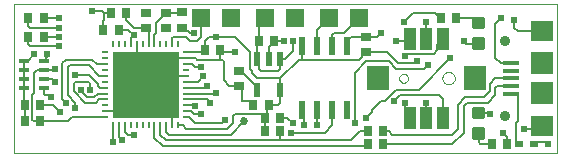
<source format=gtl>
G75*
G70*
%OFA0B0*%
%FSLAX24Y24*%
%IPPOS*%
%LPD*%
%AMOC8*
5,1,8,0,0,1.08239X$1,22.5*
%
%ADD10C,0.0000*%
%ADD11R,0.0276X0.0354*%
%ADD12R,0.0433X0.0728*%
%ADD13R,0.0748X0.0787*%
%ADD14R,0.0551X0.0138*%
%ADD15R,0.0748X0.0709*%
%ADD16R,0.0748X0.0748*%
%ADD17R,0.0236X0.0610*%
%ADD18R,0.0217X0.0472*%
%ADD19R,0.0091X0.0236*%
%ADD20R,0.0236X0.0091*%
%ADD21R,0.2205X0.2205*%
%ADD22C,0.0118*%
%ADD23R,0.0600X0.0600*%
%ADD24R,0.0276X0.0197*%
%ADD25R,0.0354X0.0276*%
%ADD26R,0.0354X0.0315*%
%ADD27C,0.0350*%
%ADD28R,0.0355X0.0180*%
%ADD29C,0.0080*%
%ADD30C,0.0240*%
%ADD31C,0.0270*%
D10*
X004510Y003328D02*
X004510Y008318D01*
X022630Y008318D01*
X022630Y003328D01*
X004510Y003328D01*
X017363Y005828D02*
X017365Y005852D01*
X017371Y005875D01*
X017380Y005897D01*
X017393Y005917D01*
X017408Y005935D01*
X017427Y005950D01*
X017448Y005962D01*
X017470Y005970D01*
X017493Y005975D01*
X017517Y005976D01*
X017541Y005973D01*
X017563Y005966D01*
X017585Y005956D01*
X017605Y005943D01*
X017622Y005926D01*
X017636Y005907D01*
X017647Y005886D01*
X017655Y005863D01*
X017659Y005840D01*
X017659Y005816D01*
X017655Y005793D01*
X017647Y005770D01*
X017636Y005749D01*
X017622Y005730D01*
X017605Y005713D01*
X017585Y005700D01*
X017563Y005690D01*
X017541Y005683D01*
X017517Y005680D01*
X017493Y005681D01*
X017470Y005686D01*
X017448Y005694D01*
X017427Y005706D01*
X017408Y005721D01*
X017393Y005739D01*
X017380Y005759D01*
X017371Y005781D01*
X017365Y005804D01*
X017363Y005828D01*
X018801Y005828D02*
X018803Y005856D01*
X018809Y005884D01*
X018818Y005910D01*
X018831Y005936D01*
X018847Y005959D01*
X018867Y005979D01*
X018889Y005997D01*
X018913Y006012D01*
X018939Y006023D01*
X018966Y006031D01*
X018994Y006035D01*
X019022Y006035D01*
X019050Y006031D01*
X019077Y006023D01*
X019103Y006012D01*
X019127Y005997D01*
X019149Y005979D01*
X019169Y005959D01*
X019185Y005936D01*
X019198Y005910D01*
X019207Y005884D01*
X019213Y005856D01*
X019215Y005828D01*
X019213Y005800D01*
X019207Y005772D01*
X019198Y005746D01*
X019185Y005720D01*
X019169Y005697D01*
X019149Y005677D01*
X019127Y005659D01*
X019103Y005644D01*
X019077Y005633D01*
X019050Y005625D01*
X019022Y005621D01*
X018994Y005621D01*
X018966Y005625D01*
X018939Y005633D01*
X018913Y005644D01*
X018889Y005659D01*
X018867Y005677D01*
X018847Y005697D01*
X018831Y005720D01*
X018818Y005746D01*
X018809Y005772D01*
X018803Y005800D01*
X018801Y005828D01*
D11*
X016828Y004078D03*
X016316Y004078D03*
X016316Y003640D03*
X016828Y003640D03*
X013390Y004078D03*
X012879Y004078D03*
X012879Y004515D03*
X013390Y004515D03*
X013015Y004953D03*
X012504Y004953D03*
X011390Y006765D03*
X010879Y006765D03*
X012691Y007078D03*
X013203Y007078D03*
X008265Y008015D03*
X007754Y008015D03*
X007504Y007453D03*
X008015Y007453D03*
X005515Y007203D03*
X005004Y007203D03*
X005004Y007828D03*
X005515Y007828D03*
X005390Y004953D03*
X004879Y004953D03*
X004879Y004390D03*
X005390Y004390D03*
X018754Y007828D03*
X019265Y007828D03*
X020441Y003640D03*
X020953Y003640D03*
D12*
X018811Y004518D03*
X018260Y004518D03*
X017708Y004518D03*
X017708Y007137D03*
X018260Y007137D03*
X018811Y007137D03*
D13*
X019874Y005828D03*
X016645Y005828D03*
D14*
X021091Y005828D03*
X021091Y006083D03*
X021091Y006339D03*
X021091Y005572D03*
X021091Y005316D03*
D15*
X022135Y004253D03*
X022135Y007402D03*
D16*
X022135Y006328D03*
X022135Y005328D03*
D17*
X015635Y004761D03*
X015135Y004761D03*
X014635Y004761D03*
X014135Y004761D03*
X014135Y006887D03*
X014635Y006887D03*
X015135Y006887D03*
X015635Y006887D03*
D18*
X013384Y006464D03*
X013010Y006464D03*
X012635Y006464D03*
X012635Y005441D03*
X013384Y005441D03*
D19*
X009994Y004255D03*
X009797Y004255D03*
X009600Y004255D03*
X009403Y004255D03*
X009206Y004255D03*
X009010Y004255D03*
X008813Y004255D03*
X008616Y004255D03*
X008419Y004255D03*
X008222Y004255D03*
X008025Y004255D03*
X007828Y004255D03*
X007828Y006972D03*
X008025Y006972D03*
X008222Y006972D03*
X008419Y006972D03*
X008616Y006972D03*
X008813Y006972D03*
X009010Y006972D03*
X009206Y006972D03*
X009403Y006972D03*
X009600Y006972D03*
X009797Y006972D03*
X009994Y006972D03*
D20*
X010269Y006696D03*
X010269Y006499D03*
X010269Y006302D03*
X010269Y006106D03*
X010269Y005909D03*
X010269Y005712D03*
X010269Y005515D03*
X010269Y005318D03*
X010269Y005121D03*
X010269Y004924D03*
X010269Y004728D03*
X010269Y004531D03*
X007553Y004531D03*
X007553Y004728D03*
X007553Y004924D03*
X007553Y005121D03*
X007553Y005318D03*
X007553Y005515D03*
X007553Y005712D03*
X007553Y005909D03*
X007553Y006106D03*
X007553Y006302D03*
X007553Y006499D03*
X007553Y006696D03*
D21*
X008911Y005613D03*
D22*
X019872Y004535D02*
X020148Y004535D01*
X019872Y004535D02*
X019872Y004811D01*
X020148Y004811D01*
X020148Y004535D01*
X020148Y004652D02*
X019872Y004652D01*
X019872Y004769D02*
X020148Y004769D01*
X020148Y003844D02*
X019872Y003844D01*
X019872Y004120D01*
X020148Y004120D01*
X020148Y003844D01*
X020148Y003961D02*
X019872Y003961D01*
X019872Y004078D02*
X020148Y004078D01*
X020148Y007120D02*
X019872Y007120D01*
X020148Y007120D02*
X020148Y006844D01*
X019872Y006844D01*
X019872Y007120D01*
X019872Y006961D02*
X020148Y006961D01*
X020148Y007078D02*
X019872Y007078D01*
X019872Y007811D02*
X020148Y007811D01*
X020148Y007535D01*
X019872Y007535D01*
X019872Y007811D01*
X019872Y007652D02*
X020148Y007652D01*
X020148Y007769D02*
X019872Y007769D01*
D23*
X016010Y007828D03*
X015010Y007828D03*
X013885Y007828D03*
X012885Y007828D03*
X011760Y007828D03*
X010760Y007828D03*
D24*
X021359Y003640D03*
X021871Y003640D03*
D25*
X016260Y006697D03*
X016260Y007208D03*
X012010Y006083D03*
X012010Y005572D03*
X010135Y007509D03*
X010135Y008021D03*
D26*
X009584Y008011D03*
X008935Y008011D03*
X008935Y007519D03*
X009584Y007519D03*
D27*
X020885Y007078D03*
X020885Y004578D03*
D28*
X005530Y005488D03*
X005530Y005798D03*
X005530Y006108D03*
X005530Y006418D03*
X004865Y006418D03*
X004865Y006108D03*
X004865Y005798D03*
X004865Y005488D03*
D29*
X004865Y004967D01*
X004879Y004953D01*
X004879Y004390D01*
X005135Y004453D02*
X005197Y004390D01*
X005322Y004390D01*
X005390Y004390D01*
X006322Y004390D01*
X006463Y004531D01*
X007553Y004531D01*
X007553Y004728D02*
X008609Y004728D01*
X008697Y004640D01*
X008897Y004840D01*
X008897Y005390D01*
X008897Y005599D01*
X008911Y005613D01*
X008897Y005390D02*
X009010Y005390D01*
X009822Y004578D01*
X009797Y004552D01*
X009797Y004255D01*
X009994Y004255D02*
X010144Y004255D01*
X010269Y004130D01*
X011625Y004130D01*
X011822Y004328D01*
X011822Y004578D01*
X011885Y004640D01*
X012754Y004640D01*
X012879Y004515D01*
X012947Y004583D01*
X012947Y004828D01*
X013015Y004896D01*
X013015Y004953D01*
X013015Y004833D01*
X013129Y004947D01*
X013135Y004947D01*
X013135Y004953D02*
X013015Y004953D01*
X013322Y004953D01*
X013385Y005015D01*
X013385Y005440D01*
X013384Y005441D01*
X013385Y005442D01*
X013385Y005828D01*
X012635Y005828D01*
X012447Y006015D01*
X012447Y006078D01*
X012385Y006140D01*
X012385Y006703D01*
X011885Y007203D01*
X011260Y007203D01*
X011010Y007203D01*
X010885Y007078D01*
X010885Y006771D01*
X010879Y006765D01*
X010810Y006696D01*
X010269Y006696D01*
X010269Y006499D02*
X009931Y006499D01*
X009822Y006390D01*
X009822Y005953D01*
X009885Y005953D01*
X009928Y005909D01*
X010269Y005909D01*
X010269Y005712D02*
X010644Y005712D01*
X010822Y005890D01*
X010947Y005578D02*
X010885Y005515D01*
X010269Y005515D01*
X010269Y005318D02*
X011250Y005318D01*
X011260Y005328D01*
X010966Y005121D02*
X011072Y005015D01*
X010966Y005121D02*
X010269Y005121D01*
X010269Y004924D02*
X010538Y004924D01*
X010572Y004890D01*
X010422Y004728D02*
X010269Y004728D01*
X010422Y004728D02*
X010510Y004640D01*
X010760Y004640D01*
X010572Y004328D02*
X010369Y004531D01*
X010269Y004531D01*
X010572Y004328D02*
X011447Y004328D01*
X011572Y004453D01*
X011760Y003953D02*
X012197Y004390D01*
X011760Y003953D02*
X009697Y003953D01*
X009600Y004049D01*
X009600Y004255D01*
X009403Y004255D02*
X009403Y003945D01*
X009583Y003765D01*
X013510Y003765D01*
X013504Y003771D01*
X013390Y003771D01*
X013390Y004078D01*
X013760Y004015D02*
X014885Y004015D01*
X015135Y004265D01*
X015135Y004761D01*
X014635Y004761D02*
X014635Y004265D01*
X014197Y004265D02*
X014197Y004698D01*
X014135Y004761D01*
X013822Y004328D02*
X013635Y004515D01*
X013390Y004515D01*
X013015Y004833D02*
X013010Y004828D01*
X012879Y004515D02*
X012879Y004078D01*
X013510Y003765D02*
X015760Y003765D01*
X016072Y004078D01*
X016316Y004078D01*
X015885Y004328D02*
X015885Y006015D01*
X016260Y006390D01*
X017010Y006390D01*
X017260Y006140D01*
X018197Y006140D01*
X018322Y006265D01*
X017947Y006390D02*
X017885Y006328D01*
X017322Y006328D01*
X016947Y006703D01*
X016265Y006703D01*
X016260Y006697D01*
X016015Y006453D01*
X014135Y006453D01*
X014135Y006887D01*
X013822Y006721D02*
X013822Y007078D01*
X013510Y007078D02*
X013203Y007078D01*
X013010Y006884D01*
X013010Y006464D01*
X012697Y006403D02*
X012635Y006464D01*
X012635Y007022D01*
X012691Y007078D01*
X012691Y007634D01*
X012885Y007828D01*
X014635Y007453D02*
X014635Y006887D01*
X015135Y006887D02*
X015135Y007265D01*
X015197Y007328D01*
X015510Y007328D01*
X016010Y007828D01*
X016640Y007208D02*
X016760Y007328D01*
X016640Y007208D02*
X016260Y007208D01*
X016254Y007203D01*
X015760Y007203D01*
X015635Y007078D01*
X015635Y006887D01*
X015010Y007828D02*
X014635Y007453D01*
X013822Y006721D02*
X013565Y006464D01*
X013384Y006464D01*
X013384Y006139D01*
X013322Y006078D01*
X012760Y006078D01*
X012697Y006140D01*
X012697Y006403D01*
X012100Y006083D02*
X012635Y005549D01*
X012635Y005442D01*
X012635Y005441D01*
X012504Y005078D02*
X012135Y005078D01*
X012135Y005447D01*
X012010Y005572D01*
X011703Y005572D01*
X011510Y005765D01*
X011510Y006390D01*
X011447Y006453D01*
X011385Y006453D01*
X011385Y006703D01*
X011390Y006703D01*
X011390Y006765D01*
X011390Y006703D02*
X011885Y006703D01*
X011385Y006453D02*
X010635Y006453D01*
X010588Y006499D01*
X010269Y006499D01*
X010269Y006302D02*
X010472Y006302D01*
X010572Y006203D01*
X010760Y006203D01*
X010879Y006765D02*
X010879Y006822D01*
X010635Y007078D02*
X010385Y007078D01*
X010260Y007203D01*
X009822Y007203D01*
X009797Y007177D01*
X009797Y006972D01*
X009206Y006972D02*
X009206Y007274D01*
X009260Y007328D01*
X009260Y007686D01*
X009584Y008011D01*
X010125Y008011D01*
X010135Y008021D01*
X010760Y007828D02*
X010760Y007203D01*
X010635Y007078D01*
X010510Y007328D02*
X010379Y007328D01*
X010197Y007509D01*
X010135Y007509D01*
X009010Y007444D02*
X009010Y006972D01*
X008616Y006972D02*
X008616Y006434D01*
X008572Y006390D01*
X008572Y004765D01*
X008697Y004640D01*
X008222Y004255D02*
X008222Y004052D01*
X008322Y003953D01*
X008510Y003953D01*
X008135Y003765D02*
X008025Y003874D01*
X008025Y004255D01*
X007828Y004255D02*
X007828Y003696D01*
X007822Y003703D01*
X009206Y003849D02*
X009478Y003578D01*
X016254Y003578D01*
X016316Y003640D01*
X016828Y003640D02*
X019135Y003640D01*
X019510Y004015D01*
X019510Y004890D01*
X019635Y005015D01*
X020307Y005015D01*
X020572Y005280D01*
X020572Y005515D01*
X020629Y005572D01*
X021091Y005572D01*
X021091Y005828D02*
X020572Y005828D01*
X020385Y005640D01*
X020385Y005390D01*
X020197Y005203D01*
X019572Y005203D01*
X019322Y004953D01*
X019322Y004140D01*
X019135Y003953D01*
X017135Y003953D01*
X017010Y004078D01*
X016828Y004078D01*
X016260Y004515D02*
X016447Y004703D01*
X016447Y004765D01*
X016760Y005078D01*
X016885Y005078D01*
X017260Y005453D01*
X018010Y005453D01*
X019072Y006515D01*
X018811Y006816D02*
X018811Y007137D01*
X018635Y006960D01*
X018635Y006765D01*
X018510Y006640D01*
X017635Y006640D01*
X017572Y006578D01*
X017697Y007078D02*
X017260Y007078D01*
X017697Y007078D02*
X017708Y007089D01*
X017708Y007137D01*
X018260Y007137D02*
X018260Y007703D01*
X018572Y008015D02*
X018754Y007833D01*
X018754Y007828D01*
X018572Y008015D02*
X017822Y008015D01*
X017510Y007703D01*
X019265Y007828D02*
X019855Y007828D01*
X020010Y007673D01*
X020572Y007640D02*
X020572Y006515D01*
X020748Y006339D01*
X021091Y006339D01*
X020010Y006982D02*
X019605Y006982D01*
X019510Y007078D01*
X020572Y007640D02*
X020760Y007828D01*
X021197Y007765D02*
X021197Y007515D01*
X021310Y007402D01*
X022135Y007402D01*
X021322Y005328D02*
X021310Y005316D01*
X021091Y005316D01*
X021322Y005328D02*
X021322Y004390D01*
X021260Y004328D01*
X021260Y003739D01*
X021359Y003640D01*
X020953Y003640D02*
X020953Y003884D01*
X020822Y004015D01*
X020441Y003640D02*
X020072Y003640D01*
X020010Y003703D01*
X020010Y003982D01*
X020010Y004673D02*
X020352Y004673D01*
X020385Y004640D01*
X021510Y004140D02*
X021822Y004140D01*
X022010Y004328D01*
X022084Y004253D01*
X022135Y004253D01*
X022010Y004328D02*
X021959Y004328D01*
X021919Y003689D02*
X021871Y003640D01*
X021919Y003689D02*
X022273Y003689D01*
X022322Y003640D01*
X018811Y004518D02*
X018811Y005151D01*
X018697Y005265D01*
X017385Y005265D01*
X017197Y005078D01*
X017572Y005015D02*
X017572Y004655D01*
X017708Y004518D01*
X018260Y004518D02*
X018260Y005015D01*
X014135Y006453D02*
X014010Y006453D01*
X013385Y005828D01*
X012504Y005078D02*
X012504Y004953D01*
X012100Y006083D02*
X012010Y006083D01*
X009822Y005953D02*
X009697Y005828D01*
X008419Y006972D02*
X008419Y007174D01*
X008510Y007265D01*
X008322Y007453D01*
X008015Y007453D01*
X008265Y007759D02*
X008510Y007515D01*
X008931Y007515D01*
X008935Y007519D01*
X009010Y007444D01*
X008265Y007759D02*
X008265Y008015D01*
X007754Y008015D02*
X007510Y008015D01*
X007447Y008078D01*
X007135Y008078D01*
X007510Y008015D02*
X007510Y007777D01*
X007504Y007771D01*
X007504Y007453D01*
X006010Y007515D02*
X005072Y007515D01*
X005004Y007583D01*
X005004Y007828D01*
X005515Y007828D02*
X006010Y007828D01*
X006010Y007203D02*
X005515Y007203D01*
X005004Y007203D02*
X005004Y006958D01*
X005072Y006890D01*
X006010Y006890D01*
X005635Y006640D02*
X005635Y006523D01*
X005530Y006418D01*
X005600Y006418D01*
X005530Y006108D02*
X005290Y006108D01*
X005197Y006015D01*
X005197Y005328D01*
X005135Y005265D01*
X005135Y004453D01*
X005322Y004390D02*
X005369Y004343D01*
X005390Y004390D02*
X005469Y004468D01*
X005822Y004953D02*
X006072Y004703D01*
X005822Y004953D02*
X005390Y004953D01*
X005572Y005265D02*
X005697Y005265D01*
X005760Y005203D01*
X005572Y005265D02*
X005530Y005308D01*
X005530Y005488D01*
X005790Y005798D02*
X005885Y005703D01*
X005790Y005798D02*
X005530Y005798D01*
X005530Y006108D02*
X005852Y006108D01*
X005885Y006140D01*
X006135Y006328D02*
X006260Y006453D01*
X007135Y006453D01*
X007285Y006302D01*
X007553Y006302D01*
X007553Y005909D02*
X007366Y005909D01*
X007010Y006265D01*
X006385Y006265D01*
X006322Y006203D01*
X006322Y005265D01*
X006572Y005015D01*
X006572Y004828D01*
X006260Y005015D02*
X006135Y005140D01*
X006135Y006328D01*
X006572Y005953D02*
X007010Y005953D01*
X007322Y005640D01*
X007322Y005578D01*
X007385Y005515D01*
X007553Y005515D01*
X007553Y005318D02*
X007313Y005318D01*
X007197Y005203D01*
X006947Y005203D01*
X006760Y005390D01*
X006760Y005453D01*
X006510Y005390D02*
X006885Y005015D01*
X007260Y005015D01*
X007366Y005121D01*
X007553Y005121D01*
X007072Y005453D02*
X007072Y005640D01*
X007010Y005703D01*
X006572Y005703D01*
X006510Y005640D01*
X006510Y005390D01*
X004865Y005488D02*
X004865Y005798D01*
X004865Y006108D01*
X004865Y006418D01*
X004975Y006418D01*
X005197Y006640D01*
X009206Y004255D02*
X009206Y003849D01*
D30*
X008510Y003953D03*
X008135Y003765D03*
X007822Y003703D03*
X008697Y004640D03*
X007072Y005453D03*
X006760Y005453D03*
X006260Y005015D03*
X006572Y004828D03*
X006072Y004703D03*
X005760Y005203D03*
X005885Y005703D03*
X005885Y006140D03*
X006572Y005953D03*
X005635Y006640D03*
X005197Y006640D03*
X006010Y006890D03*
X006010Y007203D03*
X006010Y007515D03*
X006010Y007828D03*
X007135Y008078D03*
X008510Y007265D03*
X010510Y007328D03*
X011260Y007203D03*
X011885Y006703D03*
X010760Y006203D03*
X010822Y005890D03*
X010947Y005578D03*
X011260Y005328D03*
X011072Y005015D03*
X010760Y004640D03*
X010572Y004890D03*
X011572Y004453D03*
X013760Y004015D03*
X013822Y004328D03*
X014197Y004265D03*
X014635Y004265D03*
X015885Y004328D03*
X016260Y004515D03*
X017197Y005078D03*
X017572Y005015D03*
X018260Y005015D03*
X018322Y006265D03*
X017947Y006390D03*
X017572Y006578D03*
X017260Y007078D03*
X016760Y007328D03*
X017510Y007703D03*
X018260Y007703D03*
X019510Y007078D03*
X019072Y006515D03*
X020760Y007828D03*
X021197Y007765D03*
X020385Y004640D03*
X021510Y004140D03*
X020822Y004015D03*
X022322Y003640D03*
X013822Y007078D03*
X013510Y007078D03*
D31*
X012197Y004390D03*
M02*

</source>
